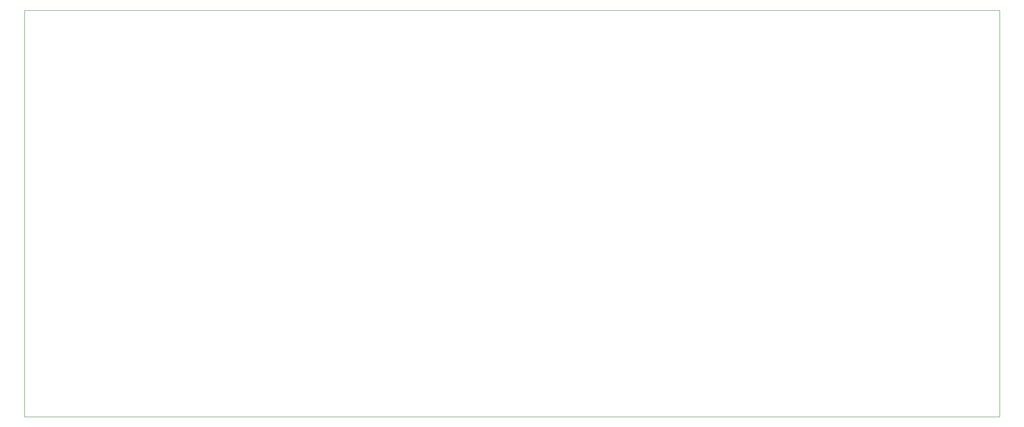
<source format=gbr>
%TF.GenerationSoftware,KiCad,Pcbnew,8.0.7*%
%TF.CreationDate,2025-02-16T11:36:12+06:00*%
%TF.ProjectId,arduino_plc,61726475-696e-46f5-9f70-6c632e6b6963,rev?*%
%TF.SameCoordinates,Original*%
%TF.FileFunction,Other,User*%
%FSLAX46Y46*%
G04 Gerber Fmt 4.6, Leading zero omitted, Abs format (unit mm)*
G04 Created by KiCad (PCBNEW 8.0.7) date 2025-02-16 11:36:12*
%MOMM*%
%LPD*%
G01*
G04 APERTURE LIST*
%ADD10C,0.050000*%
G04 APERTURE END LIST*
D10*
X64190000Y-40980000D02*
X256710000Y-40980000D01*
X256710000Y-121220000D01*
X64190000Y-121220000D01*
X64190000Y-40980000D01*
M02*

</source>
